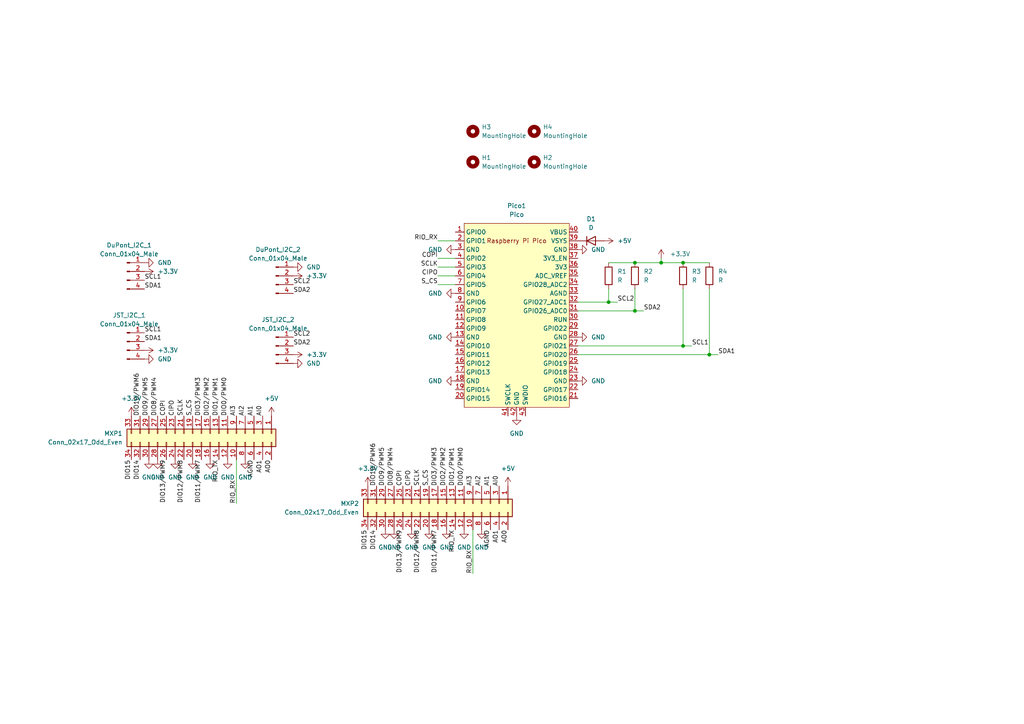
<source format=kicad_sch>
(kicad_sch (version 20211123) (generator eeschema)
  (paper "A4")
  (lib_symbols
    (symbol "Connector:Conn_01x04_Male" (pin_names (offset 1.016) hide)
      (property "Reference" "J" (at 0 5.08 0))
      (property "Value" "Conn_01x04_Male" (at 0 -7.62 0))
      (symbol "Conn_01x04_Male_1_1"
        (polyline (pts (xy 1.27 -5.08) (xy 0.8636 -5.08)) (stroke (width 0.1524)))
        (polyline (pts (xy 1.27 -2.54) (xy 0.8636 -2.54)) (stroke (width 0.1524)))
        (polyline (pts (xy 1.27 0) (xy 0.8636 0)) (stroke (width 0.1524)))
        (polyline (pts (xy 1.27 2.54) (xy 0.8636 2.54)) (stroke (width 0.1524)))
        (rectangle (start 0.8636 -4.953) (end 0 -5.207) (stroke (width 0.1524)) (fill (type outline)))
        (rectangle (start 0.8636 -2.413) (end 0 -2.667) (stroke (width 0.1524)) (fill (type outline)))
        (rectangle (start 0.8636 0.127) (end 0 -0.127) (stroke (width 0.1524)) (fill (type outline)))
        (rectangle (start 0.8636 2.667) (end 0 2.413) (stroke (width 0.1524)) (fill (type outline)))
        (pin passive line (at 5.08 2.54 180) (length 3.81) (name "Pin_1") (number "1"))
        (pin passive line (at 5.08 0 180) (length 3.81) (name "Pin_2") (number "2"))
        (pin passive line (at 5.08 -2.54 180) (length 3.81) (name "Pin_3") (number "3"))
        (pin passive line (at 5.08 -5.08 180) (length 3.81) (name "Pin_4") (number "4"))
      )
    )
    (symbol "Connector_Generic:Conn_02x17_Odd_Even" (pin_names (offset 1.016) hide)
      (property "Reference" "J" (at 1.27 22.86 0))
      (property "Value" "Conn_02x17_Odd_Even" (at 1.27 -22.86 0))
      (symbol "Conn_02x17_Odd_Even_1_1"
        (rectangle (start -1.27 -20.193) (end 0 -20.447) (stroke (width 0.1524)))
        (rectangle (start -1.27 -17.653) (end 0 -17.907) (stroke (width 0.1524)))
        (rectangle (start -1.27 -15.113) (end 0 -15.367) (stroke (width 0.1524)))
        (rectangle (start -1.27 -12.573) (end 0 -12.827) (stroke (width 0.1524)))
        (rectangle (start -1.27 -10.033) (end 0 -10.287) (stroke (width 0.1524)))
        (rectangle (start -1.27 -7.493) (end 0 -7.747) (stroke (width 0.1524)))
        (rectangle (start -1.27 -4.953) (end 0 -5.207) (stroke (width 0.1524)))
        (rectangle (start -1.27 -2.413) (end 0 -2.667) (stroke (width 0.1524)))
        (rectangle (start -1.27 0.127) (end 0 -0.127) (stroke (width 0.1524)))
        (rectangle (start -1.27 2.667) (end 0 2.413) (stroke (width 0.1524)))
        (rectangle (start -1.27 5.207) (end 0 4.953) (stroke (width 0.1524)))
        (rectangle (start -1.27 7.747) (end 0 7.493) (stroke (width 0.1524)))
        (rectangle (start -1.27 10.287) (end 0 10.033) (stroke (width 0.1524)))
        (rectangle (start -1.27 12.827) (end 0 12.573) (stroke (width 0.1524)))
        (rectangle (start -1.27 15.367) (end 0 15.113) (stroke (width 0.1524)))
        (rectangle (start -1.27 17.907) (end 0 17.653) (stroke (width 0.1524)))
        (rectangle (start -1.27 20.447) (end 0 20.193) (stroke (width 0.1524)))
        (rectangle (start -1.27 21.59) (end 3.81 -21.59) (stroke (width 0.254)) (fill (type background)))
        (rectangle (start 3.81 -20.193) (end 2.54 -20.447) (stroke (width 0.1524)))
        (rectangle (start 3.81 -17.653) (end 2.54 -17.907) (stroke (width 0.1524)))
        (rectangle (start 3.81 -15.113) (end 2.54 -15.367) (stroke (width 0.1524)))
        (rectangle (start 3.81 -12.573) (end 2.54 -12.827) (stroke (width 0.1524)))
        (rectangle (start 3.81 -10.033) (end 2.54 -10.287) (stroke (width 0.1524)))
        (rectangle (start 3.81 -7.493) (end 2.54 -7.747) (stroke (width 0.1524)))
        (rectangle (start 3.81 -4.953) (end 2.54 -5.207) (stroke (width 0.1524)))
        (rectangle (start 3.81 -2.413) (end 2.54 -2.667) (stroke (width 0.1524)))
        (rectangle (start 3.81 0.127) (end 2.54 -0.127) (stroke (width 0.1524)))
        (rectangle (start 3.81 2.667) (end 2.54 2.413) (stroke (width 0.1524)))
        (rectangle (start 3.81 5.207) (end 2.54 4.953) (stroke (width 0.1524)))
        (rectangle (start 3.81 7.747) (end 2.54 7.493) (stroke (width 0.1524)))
        (rectangle (start 3.81 10.287) (end 2.54 10.033) (stroke (width 0.1524)))
        (rectangle (start 3.81 12.827) (end 2.54 12.573) (stroke (width 0.1524)))
        (rectangle (start 3.81 15.367) (end 2.54 15.113) (stroke (width 0.1524)))
        (rectangle (start 3.81 17.907) (end 2.54 17.653) (stroke (width 0.1524)))
        (rectangle (start 3.81 20.447) (end 2.54 20.193) (stroke (width 0.1524)))
        (pin passive line (at -5.08 20.32 0) (length 3.81) (name "Pin_1") (number "1"))
        (pin passive line (at 7.62 10.16 180) (length 3.81) (name "Pin_10") (number "10"))
        (pin passive line (at -5.08 7.62 0) (length 3.81) (name "Pin_11") (number "11"))
        (pin passive line (at 7.62 7.62 180) (length 3.81) (name "Pin_12") (number "12"))
        (pin passive line (at -5.08 5.08 0) (length 3.81) (name "Pin_13") (number "13"))
        (pin passive line (at 7.62 5.08 180) (length 3.81) (name "Pin_14") (number "14"))
        (pin passive line (at -5.08 2.54 0) (length 3.81) (name "Pin_15") (number "15"))
        (pin passive line (at 7.62 2.54 180) (length 3.81) (name "Pin_16") (number "16"))
        (pin passive line (at -5.08 0 0) (length 3.81) (name "Pin_17") (number "17"))
        (pin passive line (at 7.62 0 180) (length 3.81) (name "Pin_18") (number "18"))
        (pin passive line (at -5.08 -2.54 0) (length 3.81) (name "Pin_19") (number "19"))
        (pin passive line (at 7.62 20.32 180) (length 3.81) (name "Pin_2") (number "2"))
        (pin passive line (at 7.62 -2.54 180) (length 3.81) (name "Pin_20") (number "20"))
        (pin passive line (at -5.08 -5.08 0) (length 3.81) (name "Pin_21") (number "21"))
        (pin passive line (at 7.62 -5.08 180) (length 3.81) (name "Pin_22") (number "22"))
        (pin passive line (at -5.08 -7.62 0) (length 3.81) (name "Pin_23") (number "23"))
        (pin passive line (at 7.62 -7.62 180) (length 3.81) (name "Pin_24") (number "24"))
        (pin passive line (at -5.08 -10.16 0) (length 3.81) (name "Pin_25") (number "25"))
        (pin passive line (at 7.62 -10.16 180) (length 3.81) (name "Pin_26") (number "26"))
        (pin passive line (at -5.08 -12.7 0) (length 3.81) (name "Pin_27") (number "27"))
        (pin passive line (at 7.62 -12.7 180) (length 3.81) (name "Pin_28") (number "28"))
        (pin passive line (at -5.08 -15.24 0) (length 3.81) (name "Pin_29") (number "29"))
        (pin passive line (at -5.08 17.78 0) (length 3.81) (name "Pin_3") (number "3"))
        (pin passive line (at 7.62 -15.24 180) (length 3.81) (name "Pin_30") (number "30"))
        (pin passive line (at -5.08 -17.78 0) (length 3.81) (name "Pin_31") (number "31"))
        (pin passive line (at 7.62 -17.78 180) (length 3.81) (name "Pin_32") (number "32"))
        (pin passive line (at -5.08 -20.32 0) (length 3.81) (name "Pin_33") (number "33"))
        (pin passive line (at 7.62 -20.32 180) (length 3.81) (name "Pin_34") (number "34"))
        (pin passive line (at 7.62 17.78 180) (length 3.81) (name "Pin_4") (number "4"))
        (pin passive line (at -5.08 15.24 0) (length 3.81) (name "Pin_5") (number "5"))
        (pin passive line (at 7.62 15.24 180) (length 3.81) (name "Pin_6") (number "6"))
        (pin passive line (at -5.08 12.7 0) (length 3.81) (name "Pin_7") (number "7"))
        (pin passive line (at 7.62 12.7 180) (length 3.81) (name "Pin_8") (number "8"))
        (pin passive line (at -5.08 10.16 0) (length 3.81) (name "Pin_9") (number "9"))
      )
    )
    (symbol "Device:D" (pin_numbers hide) (pin_names (offset 1.016) hide)
      (property "Reference" "D" (at 0 2.54 0))
      (property "Value" "D" (at 0 -2.54 0))
      (symbol "D_0_1"
        (polyline (pts (xy -1.27 1.27) (xy -1.27 -1.27)) (stroke (width 0.254)))
        (polyline (pts (xy 1.27 0) (xy -1.27 0)))
        (polyline (pts (xy 1.27 1.27) (xy 1.27 -1.27) (xy -1.27 0) (xy 1.27 1.27)) (stroke (width 0.254)))
      )
      (symbol "D_1_1"
        (pin passive line (at -3.81 0 0) (length 2.54) (name "K") (number "1"))
        (pin passive line (at 3.81 0 180) (length 2.54) (name "A") (number "2"))
      )
    )
    (symbol "Device:R" (pin_numbers hide) (pin_names (offset 0))
      (property "Reference" "R" (at 2.032 0 90))
      (property "Value" "R" (at 0 0 90))
      (symbol "R_0_1"
        (rectangle (start -1.016 -2.54) (end 1.016 2.54) (stroke (width 0.254)))
      )
      (symbol "R_1_1"
        (pin passive line (at 0 3.81 270) (length 1.27) (name "~") (number "1"))
        (pin passive line (at 0 -3.81 90) (length 1.27) (name "~") (number "2"))
      )
    )
    (symbol "MCU_RaspberryPi_and_Boards:Pico"
      (property "Reference" "U" (at -13.97 27.94 0))
      (property "Value" "Pico" (at 0 19.05 0))
      (symbol "Pico_0_0"
        (text "Raspberry Pi Pico" (at 0 21.59 0) (effects (font (size 1.27 1.27))))
      )
      (symbol "Pico_0_1"
        (rectangle (start -15.24 26.67) (end 15.24 -26.67) (fill (type background)))
      )
      (symbol "Pico_1_1"
        (pin bidirectional line (at -17.78 24.13 0) (length 2.54) (name "GPIO0") (number "1"))
        (pin bidirectional line (at -17.78 1.27 0) (length 2.54) (name "GPIO7") (number "10"))
        (pin bidirectional line (at -17.78 -1.27 0) (length 2.54) (name "GPIO8") (number "11"))
        (pin bidirectional line (at -17.78 -3.81 0) (length 2.54) (name "GPIO9") (number "12"))
        (pin power_in line (at -17.78 -6.35 0) (length 2.54) (name "GND") (number "13"))
        (pin bidirectional line (at -17.78 -8.89 0) (length 2.54) (name "GPIO10") (number "14"))
        (pin bidirectional line (at -17.78 -11.43 0) (length 2.54) (name "GPIO11") (number "15"))
        (pin bidirectional line (at -17.78 -13.97 0) (length 2.54) (name "GPIO12") (number "16"))
        (pin bidirectional line (at -17.78 -16.51 0) (length 2.54) (name "GPIO13") (number "17"))
        (pin power_in line (at -17.78 -19.05 0) (length 2.54) (name "GND") (number "18"))
        (pin bidirectional line (at -17.78 -21.59 0) (length 2.54) (name "GPIO14") (number "19"))
        (pin bidirectional line (at -17.78 21.59 0) (length 2.54) (name "GPIO1") (number "2"))
        (pin bidirectional line (at -17.78 -24.13 0) (length 2.54) (name "GPIO15") (number "20"))
        (pin bidirectional line (at 17.78 -24.13 180) (length 2.54) (name "GPIO16") (number "21"))
        (pin bidirectional line (at 17.78 -21.59 180) (length 2.54) (name "GPIO17") (number "22"))
        (pin power_in line (at 17.78 -19.05 180) (length 2.54) (name "GND") (number "23"))
        (pin bidirectional line (at 17.78 -16.51 180) (length 2.54) (name "GPIO18") (number "24"))
        (pin bidirectional line (at 17.78 -13.97 180) (length 2.54) (name "GPIO19") (number "25"))
        (pin bidirectional line (at 17.78 -11.43 180) (length 2.54) (name "GPIO20") (number "26"))
        (pin bidirectional line (at 17.78 -8.89 180) (length 2.54) (name "GPIO21") (number "27"))
        (pin power_in line (at 17.78 -6.35 180) (length 2.54) (name "GND") (number "28"))
        (pin bidirectional line (at 17.78 -3.81 180) (length 2.54) (name "GPIO22") (number "29"))
        (pin power_in line (at -17.78 19.05 0) (length 2.54) (name "GND") (number "3"))
        (pin input line (at 17.78 -1.27 180) (length 2.54) (name "RUN") (number "30"))
        (pin bidirectional line (at 17.78 1.27 180) (length 2.54) (name "GPIO26_ADC0") (number "31"))
        (pin bidirectional line (at 17.78 3.81 180) (length 2.54) (name "GPIO27_ADC1") (number "32"))
        (pin power_in line (at 17.78 6.35 180) (length 2.54) (name "AGND") (number "33"))
        (pin bidirectional line (at 17.78 8.89 180) (length 2.54) (name "GPIO28_ADC2") (number "34"))
        (pin power_in line (at 17.78 11.43 180) (length 2.54) (name "ADC_VREF") (number "35"))
        (pin power_in line (at 17.78 13.97 180) (length 2.54) (name "3V3") (number "36"))
        (pin input line (at 17.78 16.51 180) (length 2.54) (name "3V3_EN") (number "37"))
        (pin bidirectional line (at 17.78 19.05 180) (length 2.54) (name "GND") (number "38"))
        (pin power_in line (at 17.78 21.59 180) (length 2.54) (name "VSYS") (number "39"))
        (pin bidirectional line (at -17.78 16.51 0) (length 2.54) (name "GPIO2") (number "4"))
        (pin power_in line (at 17.78 24.13 180) (length 2.54) (name "VBUS") (number "40"))
        (pin input line (at -2.54 -29.21 90) (length 2.54) (name "SWCLK") (number "41"))
        (pin power_in line (at 0 -29.21 90) (length 2.54) (name "GND") (number "42"))
        (pin bidirectional line (at 2.54 -29.21 90) (length 2.54) (name "SWDIO") (number "43"))
        (pin bidirectional line (at -17.78 13.97 0) (length 2.54) (name "GPIO3") (number "5"))
        (pin bidirectional line (at -17.78 11.43 0) (length 2.54) (name "GPIO4") (number "6"))
        (pin bidirectional line (at -17.78 8.89 0) (length 2.54) (name "GPIO5") (number "7"))
        (pin power_in line (at -17.78 6.35 0) (length 2.54) (name "GND") (number "8"))
        (pin bidirectional line (at -17.78 3.81 0) (length 2.54) (name "GPIO6") (number "9"))
      )
    )
    (symbol "Mechanical:MountingHole" (pin_names (offset 1.016))
      (property "Reference" "H" (at 0 5.08 0))
      (property "Value" "MountingHole" (at 0 3.175 0))
      (symbol "MountingHole_0_1"
        (circle (center 0 0) (radius 1.27) (stroke (width 1.27)))
      )
    )
    (symbol "power:+3.3V" (power) (pin_names (offset 0))
      (property "Value" "+3.3V" (at 0 3.556 0))
      (symbol "+3.3V_0_1"
        (polyline (pts (xy -0.762 1.27) (xy 0 2.54)))
        (polyline (pts (xy 0 0) (xy 0 2.54)))
        (polyline (pts (xy 0 2.54) (xy 0.762 1.27)))
      )
      (symbol "+3.3V_1_1"
        (pin power_in line (at 0 0 90) (length 0) hide (name "+3.3V") (number "1"))
      )
    )
    (symbol "power:+5V" (power) (pin_names (offset 0))
      (property "Value" "+5V" (at 0 3.556 0))
      (symbol "+5V_0_1"
        (polyline (pts (xy -0.762 1.27) (xy 0 2.54)))
        (polyline (pts (xy 0 0) (xy 0 2.54)))
        (polyline (pts (xy 0 2.54) (xy 0.762 1.27)))
      )
      (symbol "+5V_1_1"
        (pin power_in line (at 0 0 90) (length 0) hide (name "+5V") (number "1"))
      )
    )
    (symbol "power:GND" (power) (pin_names (offset 0))
      (property "Value" "GND" (at 0 -3.81 0))
      (symbol "GND_0_1"
        (polyline (pts (xy 0 0) (xy 0 -1.27) (xy 1.27 -1.27) (xy 0 -2.54) (xy -1.27 -1.27) (xy 0 -1.27)))
      )
      (symbol "GND_1_1"
        (pin power_in line (at 0 0 270) (length 0) hide (name "GND") (number "1"))
      )
    )
  )
  (junction (at 184.15 76.2))
  (junction (at 191.77 76.2))
  (junction (at 205.74 102.87))
  (junction (at 198.12 100.33))
  (junction (at 184.15 90.17))
  (junction (at 198.12 76.2))
  (junction (at 176.53 87.63))
  (wire (pts (xy 68.58 146.05) (xy 68.58 133.35)))
  (wire (pts (xy 198.12 76.2) (xy 205.74 76.2)))
  (wire (pts (xy 127 80.01) (xy 132.08 80.01)))
  (wire (pts (xy 186.69 90.17) (xy 184.15 90.17)))
  (wire (pts (xy 167.64 100.33) (xy 198.12 100.33)))
  (wire (pts (xy 184.15 90.17) (xy 167.64 90.17)))
  (wire (pts (xy 198.12 83.82) (xy 198.12 100.33)))
  (wire (pts (xy 179.07 87.63) (xy 176.53 87.63)))
  (wire (pts (xy 127 82.55) (xy 132.08 82.55)))
  (wire (pts (xy 176.53 83.82) (xy 176.53 87.63)))
  (wire (pts (xy 191.77 76.2) (xy 198.12 76.2)))
  (wire (pts (xy 176.53 76.2) (xy 184.15 76.2)))
  (wire (pts (xy 127 69.85) (xy 132.08 69.85)))
  (wire (pts (xy 167.64 102.87) (xy 205.74 102.87)))
  (wire (pts (xy 198.12 100.33) (xy 200.66 100.33)))
  (wire (pts (xy 137.16 166.37) (xy 137.16 153.67)))
  (wire (pts (xy 176.53 87.63) (xy 167.64 87.63)))
  (wire (pts (xy 127 74.93) (xy 132.08 74.93)))
  (wire (pts (xy 127 77.47) (xy 132.08 77.47)))
  (wire (pts (xy 205.74 102.87) (xy 208.28 102.87)))
  (wire (pts (xy 184.15 83.82) (xy 184.15 90.17)))
  (wire (pts (xy 184.15 76.2) (xy 191.77 76.2)))
  (wire (pts (xy 205.74 83.82) (xy 205.74 102.87)))
  (wire (pts (xy 191.77 74.93) (xy 191.77 76.2)))
  (label "DIO13{slash}PWM9" (at 48.26 133.35 270))
  (label "DIO15" (at 106.68 153.67 270))
  (label "SDA2" (at 85.09 85.09 0))
  (label "SCL2" (at 179.07 87.63 0))
  (label "AI2" (at 139.7 140.97 90))
  (label "SDA1" (at 41.91 99.06 0))
  (label "DIO3{slash}PWM3" (at 58.42 120.65 90))
  (label "SCL1" (at 41.91 81.28 0))
  (label "S_CS" (at 124.46 140.97 90))
  (label "RIO_RX" (at 68.58 146.05 90))
  (label "SCLK" (at 121.92 140.97 90))
  (label "S_CS" (at 127 82.55 180))
  (label "AI1" (at 73.66 120.65 90))
  (label "AO0" (at 78.74 133.35 270))
  (label "DIO12{slash}PWM8" (at 53.34 133.35 270))
  (label "DIO15" (at 38.1 133.35 270))
  (label "AO1" (at 144.78 153.67 270))
  (label "S_CS" (at 55.88 120.65 90))
  (label "AI3" (at 68.58 120.65 90))
  (label "DIO11{slash}PWM7" (at 127 153.67 270))
  (label "SDA2" (at 85.09 100.33 0))
  (label "SDA1" (at 41.91 83.82 0))
  (label "DIO3{slash}PWM3" (at 127 140.97 90))
  (label "SCL2" (at 85.09 82.55 0))
  (label "AI3" (at 137.16 140.97 90))
  (label "DIO0{slash}PWM0" (at 134.62 140.97 90))
  (label "DIO14" (at 40.64 133.35 270))
  (label "DIO1{slash}PWM1" (at 132.08 140.97 90))
  (label "AI0" (at 76.2 120.65 90))
  (label "COPI" (at 48.26 120.65 90))
  (label "AO0" (at 147.32 153.67 270))
  (label "SCL2" (at 85.09 97.79 0))
  (label "DIO1{slash}PWM1" (at 63.5 120.65 90))
  (label "SCLK" (at 53.34 120.65 90))
  (label "RIO_RX" (at 127 69.85 180))
  (label "COPI" (at 116.84 140.97 90))
  (label "DIO11{slash}PWM7" (at 58.42 133.35 270))
  (label "SCLK" (at 127 77.47 180))
  (label "CIPO" (at 50.8 120.65 90))
  (label "DIO10{slash}PWM6" (at 40.64 120.65 90))
  (label "RIO_TX" (at 132.08 153.67 270))
  (label "AO1" (at 76.2 133.35 270))
  (label "DIO0{slash}PWM0" (at 66.04 120.65 90))
  (label "DIO14" (at 109.22 153.67 270))
  (label "DIO12{slash}PWM8" (at 121.92 153.67 270))
  (label "AGND" (at 142.24 153.67 270))
  (label "DIO8{slash}PWM4" (at 114.3 140.97 90))
  (label "CIPO" (at 119.38 140.97 90))
  (label "DIO2{slash}PWM2" (at 60.96 120.65 90))
  (label "AGND" (at 73.66 133.35 270))
  (label "COPI" (at 127 74.93 180))
  (label "SCL1" (at 41.91 96.52 0))
  (label "SCL1" (at 200.66 100.33 0))
  (label "SDA2" (at 186.69 90.17 0))
  (label "RIO_TX" (at 63.5 133.35 270))
  (label "AI2" (at 71.12 120.65 90))
  (label "CIPO" (at 127 80.01 180))
  (label "RIO_RX" (at 137.16 166.37 90))
  (label "DIO9{slash}PWM5" (at 111.76 140.97 90))
  (label "DIO10{slash}PWM6" (at 109.22 140.97 90))
  (label "SDA1" (at 208.28 102.87 0))
  (label "DIO9{slash}PWM5" (at 43.18 120.65 90))
  (label "DIO2{slash}PWM2" (at 129.54 140.97 90))
  (label "DIO8{slash}PWM4" (at 45.72 120.65 90))
  (label "AI0" (at 144.78 140.97 90))
  (label "AI1" (at 142.24 140.97 90))
  (label "DIO13{slash}PWM9" (at 116.84 153.67 270))
  (symbol (lib_id "power:+3.3V") (at 85.09 102.87 270) (unit 1)
    (property "Reference" "#PWR0115" (effects hide))
    (property "Value" "+3.3V" (at 88.9 102.8699 90) (effects (justify left)))
  )
  (symbol (lib_id "Device:R") (at 176.53 80.01 0) (mirror y) (unit 1)
    (property "Reference" "R1" (at 179.07 78.7399 0) (effects (justify right)))
    (property "Value" "R" (at 179.07 81.2799 0) (effects (justify right)))
    (property "Footprint" "Resistor_THT:R_Axial_DIN0207_L6.3mm_D2.5mm_P10.16mm_Horizontal" (effects hide))
  )
  (symbol (lib_id "power:GND") (at 45.72 133.35 0) (unit 1)
    (property "Reference" "#PWR0126" (effects hide))
    (property "Value" "GND" (at 45.72 138.43 0))
  )
  (symbol (lib_id "power:GND") (at 111.76 153.67 0) (unit 1)
    (property "Reference" "#PWR0129" (effects hide))
    (property "Value" "GND" (at 111.76 158.75 0))
  )
  (symbol (lib_id "MCU_RaspberryPi_and_Boards:Pico") (at 149.86 91.44 0) (unit 1)
    (property "Reference" "Pico1" (at 149.86 59.69 0))
    (property "Value" "Pico" (at 149.86 62.23 0))
    (property "Footprint" "MCU_RaspberryPi_and_Boards:RPi_Pico_SMD_TH" (effects hide))
  )
  (symbol (lib_id "Mechanical:MountingHole") (at 154.94 46.99 0) (unit 1)
    (property "Reference" "H2" (at 157.48 45.7199 0) (effects (justify left)))
    (property "Value" "MountingHole" (at 157.48 48.2599 0) (effects (justify left)))
    (property "Footprint" "MountingHole:MountingHole_3.2mm_M3" (effects hide))
  )
  (symbol (lib_id "power:+3.3V") (at 41.91 101.6 270) (unit 1)
    (property "Reference" "#PWR0116" (effects hide))
    (property "Value" "+3.3V" (at 45.72 101.5999 90) (effects (justify left)))
  )
  (symbol (lib_id "power:+3.3V") (at 41.91 78.74 270) (unit 1)
    (property "Reference" "#PWR0112" (effects hide))
    (property "Value" "+3.3V" (at 45.72 78.7399 90) (effects (justify left)))
  )
  (symbol (lib_id "power:GND") (at 114.3 153.67 0) (unit 1)
    (property "Reference" "#PWR0128" (effects hide))
    (property "Value" "GND" (at 114.3 158.75 0))
  )
  (symbol (lib_id "power:GND") (at 132.08 97.79 270) (unit 1)
    (property "Reference" "#PWR0104" (effects hide))
    (property "Value" "GND" (at 128.27 97.7899 90) (effects (justify right)))
  )
  (symbol (lib_id "power:+5V") (at 78.74 120.65 0) (mirror y) (unit 1)
    (property "Reference" "#PWR0119" (effects hide))
    (property "Value" "+5V" (at 78.74 115.57 0))
  )
  (symbol (lib_id "Connector:Conn_01x04_Male") (at 36.83 78.74 0) (unit 1)
    (property "Reference" "DuPont_I2C_1" (at 37.465 71.12 0))
    (property "Value" "Conn_01x04_Male" (at 37.465 73.66 0))
    (property "Footprint" "Connector_PinHeader_2.54mm:PinHeader_1x04_P2.54mm_Horizontal" (effects hide))
  )
  (symbol (lib_id "Device:R") (at 184.15 80.01 0) (mirror y) (unit 1)
    (property "Reference" "R2" (at 186.69 78.7399 0) (effects (justify right)))
    (property "Value" "R" (at 186.69 81.2799 0) (effects (justify right)))
    (property "Footprint" "Resistor_THT:R_Axial_DIN0207_L6.3mm_D2.5mm_P10.16mm_Horizontal" (effects hide))
  )
  (symbol (lib_id "power:GND") (at 71.12 133.35 0) (unit 1)
    (property "Reference" "#PWR0120" (effects hide))
    (property "Value" "GND" (at 71.12 138.43 0))
  )
  (symbol (lib_id "power:GND") (at 41.91 76.2 90) (unit 1)
    (property "Reference" "#PWR0111" (effects hide))
    (property "Value" "GND" (at 45.72 76.1999 90) (effects (justify right)))
  )
  (symbol (lib_id "power:GND") (at 132.08 85.09 270) (unit 1)
    (property "Reference" "#PWR0103" (effects hide))
    (property "Value" "GND" (at 128.27 85.0899 90) (effects (justify right)))
  )
  (symbol (lib_id "power:GND") (at 50.8 133.35 0) (unit 1)
    (property "Reference" "#PWR0123" (effects hide))
    (property "Value" "GND" (at 50.8 138.43 0))
  )
  (symbol (lib_id "Connector:Conn_01x04_Male") (at 80.01 100.33 0) (unit 1)
    (property "Reference" "JST_I2C_2" (at 80.645 92.71 0))
    (property "Value" "Conn_01x04_Male" (at 80.645 95.25 0))
    (property "Footprint" "Connector_JST:JST_PH_S4B-PH-K_1x04_P2.00mm_Horizontal" (effects hide))
  )
  (symbol (lib_id "power:GND") (at 167.64 97.79 90) (unit 1)
    (property "Reference" "#PWR0109" (effects hide))
    (property "Value" "GND" (at 171.45 97.7899 90) (effects (justify right)))
  )
  (symbol (lib_id "power:GND") (at 124.46 153.67 0) (unit 1)
    (property "Reference" "#PWR0136" (effects hide))
    (property "Value" "GND" (at 124.46 158.75 0))
  )
  (symbol (lib_id "power:GND") (at 66.04 133.35 0) (unit 1)
    (property "Reference" "#PWR0122" (effects hide))
    (property "Value" "GND" (at 66.04 138.43 0))
  )
  (symbol (lib_id "Device:R") (at 198.12 80.01 0) (mirror y) (unit 1)
    (property "Reference" "R3" (at 200.66 78.7399 0) (effects (justify right)))
    (property "Value" "R" (at 200.66 81.2799 0) (effects (justify right)))
    (property "Footprint" "Resistor_THT:R_Axial_DIN0207_L6.3mm_D2.5mm_P10.16mm_Horizontal" (effects hide))
  )
  (symbol (lib_id "power:GND") (at 43.18 133.35 0) (unit 1)
    (property "Reference" "#PWR0125" (effects hide))
    (property "Value" "GND" (at 43.18 138.43 0))
  )
  (symbol (lib_id "Connector:Conn_01x04_Male") (at 80.01 80.01 0) (unit 1)
    (property "Reference" "DuPont_I2C_2" (at 80.645 72.39 0))
    (property "Value" "Conn_01x04_Male" (at 80.645 74.93 0))
    (property "Footprint" "Connector_PinHeader_2.54mm:PinHeader_1x04_P2.54mm_Horizontal" (effects hide))
  )
  (symbol (lib_id "power:+5V") (at 147.32 140.97 0) (mirror y) (unit 1)
    (property "Reference" "#PWR0132" (effects hide))
    (property "Value" "+5V" (at 147.32 135.89 0))
  )
  (symbol (lib_id "power:GND") (at 132.08 72.39 270) (mirror x) (unit 1)
    (property "Reference" "#PWR0102" (effects hide))
    (property "Value" "GND" (at 128.27 72.3899 90) (effects (justify right)))
  )
  (symbol (lib_id "power:GND") (at 167.64 110.49 90) (unit 1)
    (property "Reference" "#PWR0108" (effects hide))
    (property "Value" "GND" (at 171.45 110.4899 90) (effects (justify right)))
  )
  (symbol (lib_id "power:GND") (at 85.09 77.47 90) (mirror x) (unit 1)
    (property "Reference" "#PWR0101" (effects hide))
    (property "Value" "GND" (at 88.9 77.4699 90) (effects (justify right)))
  )
  (symbol (lib_id "Device:R") (at 205.74 80.01 0) (unit 1)
    (property "Reference" "R4" (at 208.28 78.7399 0) (effects (justify left)))
    (property "Value" "R" (at 208.28 81.2799 0) (effects (justify left)))
    (property "Footprint" "Resistor_THT:R_Axial_DIN0207_L6.3mm_D2.5mm_P10.16mm_Horizontal" (effects hide))
  )
  (symbol (lib_id "power:GND") (at 119.38 153.67 0) (unit 1)
    (property "Reference" "#PWR0135" (effects hide))
    (property "Value" "GND" (at 119.38 158.75 0))
  )
  (symbol (lib_id "power:+5V") (at 175.26 69.85 270) (unit 1)
    (property "Reference" "#PWR0117" (effects hide))
    (property "Value" "+5V" (at 179.07 69.8499 90) (effects (justify left)))
  )
  (symbol (lib_id "power:GND") (at 132.08 110.49 270) (unit 1)
    (property "Reference" "#PWR0105" (effects hide))
    (property "Value" "GND" (at 128.27 110.4899 90) (effects (justify right)))
  )
  (symbol (lib_id "Device:D") (at 171.45 69.85 0) (mirror x) (unit 1)
    (property "Reference" "D1" (at 171.45 63.5 0))
    (property "Value" "D" (at 171.45 66.04 0))
    (property "Footprint" "Diode_THT:D_DO-15_P12.70mm_Horizontal" (effects hide))
  )
  (symbol (lib_id "Connector_Generic:Conn_02x17_Odd_Even") (at 58.42 125.73 270) (unit 1)
    (property "Reference" "MXP1" (at 35.56 125.7299 90) (effects (justify right)))
    (property "Value" "Conn_02x17_Odd_Even" (at 35.56 128.2699 90) (effects (justify right)))
    (property "Footprint" "Connector_PinSocket_2.54mm:PinSocket_2x17_P2.54mm_Vertical" (effects hide))
  )
  (symbol (lib_id "Mechanical:MountingHole") (at 137.16 46.99 0) (unit 1)
    (property "Reference" "H1" (at 139.7 45.7199 0) (effects (justify left)))
    (property "Value" "MountingHole" (at 139.7 48.2599 0) (effects (justify left)))
    (property "Footprint" "MountingHole:MountingHole_3.2mm_M3" (effects hide))
  )
  (symbol (lib_id "power:+3.3V") (at 38.1 120.65 0) (unit 1)
    (property "Reference" "#PWR0118" (effects hide))
    (property "Value" "+3.3V" (at 38.1 115.57 0))
  )
  (symbol (lib_id "power:GND") (at 149.86 120.65 0) (unit 1)
    (property "Reference" "#PWR0107" (effects hide))
    (property "Value" "GND" (at 149.86 125.73 0))
  )
  (symbol (lib_id "power:GND") (at 85.09 105.41 90) (mirror x) (unit 1)
    (property "Reference" "#PWR0114" (effects hide))
    (property "Value" "GND" (at 88.9 105.4099 90) (effects (justify right)))
  )
  (symbol (lib_id "power:GND") (at 129.54 153.67 0) (unit 1)
    (property "Reference" "#PWR0131" (effects hide))
    (property "Value" "GND" (at 129.54 158.75 0))
  )
  (symbol (lib_id "power:+3.3V") (at 106.68 140.97 0) (unit 1)
    (property "Reference" "#PWR0130" (effects hide))
    (property "Value" "+3.3V" (at 106.68 135.89 0))
  )
  (symbol (lib_id "power:GND") (at 167.64 72.39 90) (unit 1)
    (property "Reference" "#PWR0106" (effects hide))
    (property "Value" "GND" (at 171.45 72.3899 90) (effects (justify right)))
  )
  (symbol (lib_id "Mechanical:MountingHole") (at 154.94 38.1 0) (unit 1)
    (property "Reference" "H4" (at 157.48 36.8299 0) (effects (justify left)))
    (property "Value" "MountingHole" (at 157.48 39.3699 0) (effects (justify left)))
    (property "Footprint" "MountingHole:MountingHole_3.2mm_M3" (effects hide))
  )
  (symbol (lib_id "power:+3.3V") (at 191.77 74.93 0) (unit 1)
    (property "Reference" "#PWR0127" (effects hide))
    (property "Value" "+3.3V" (at 194.31 73.6599 0) (effects (justify left)))
  )
  (symbol (lib_id "power:GND") (at 134.62 153.67 0) (unit 1)
    (property "Reference" "#PWR0133" (effects hide))
    (property "Value" "GND" (at 134.62 158.75 0))
  )
  (symbol (lib_id "power:GND") (at 41.91 104.14 90) (unit 1)
    (property "Reference" "#PWR0113" (effects hide))
    (property "Value" "GND" (at 45.72 104.1399 90) (effects (justify right)))
  )
  (symbol (lib_id "power:GND") (at 55.88 133.35 0) (unit 1)
    (property "Reference" "#PWR0124" (effects hide))
    (property "Value" "GND" (at 55.88 138.43 0))
  )
  (symbol (lib_id "power:GND") (at 139.7 153.67 0) (unit 1)
    (property "Reference" "#PWR0134" (effects hide))
    (property "Value" "GND" (at 139.7 158.75 0))
  )
  (symbol (lib_id "Connector_Generic:Conn_02x17_Odd_Even") (at 127 146.05 270) (unit 1)
    (property "Reference" "MXP2" (at 104.14 146.0499 90) (effects (justify right)))
    (property "Value" "Conn_02x17_Odd_Even" (at 104.14 148.5899 90) (effects (justify right)))
    (property "Footprint" "Connector_PinHeader_2.54mm:PinHeader_2x17_P2.54mm_Vertical" (effects hide))
  )
  (symbol (lib_id "power:GND") (at 60.96 133.35 0) (unit 1)
    (property "Reference" "#PWR0121" (effects hide))
    (property "Value" "GND" (at 60.96 138.43 0))
  )
  (symbol (lib_id "Mechanical:MountingHole") (at 137.16 38.1 0) (unit 1)
    (property "Reference" "H3" (at 139.7 36.8299 0) (effects (justify left)))
    (property "Value" "MountingHole" (at 139.7 39.3699 0) (effects (justify left)))
    (property "Footprint" "MountingHole:MountingHole_3.2mm_M3" (effects hide))
  )
  (symbol (lib_id "power:+3.3V") (at 85.09 80.01 270) (unit 1)
    (property "Reference" "#PWR0110" (effects hide))
    (property "Value" "+3.3V" (at 88.9 80.0099 90) (effects (justify left)))
  )
  (symbol (lib_id "Connector:Conn_01x04_Male") (at 36.83 99.06 0) (unit 1)
    (property "Reference" "JST_I2C_1" (at 37.465 91.44 0))
    (property "Value" "Conn_01x04_Male" (at 37.465 93.98 0))
    (property "Footprint" "Connector_JST:JST_PH_S4B-PH-K_1x04_P2.00mm_Horizontal" (effects hide))
  )
)
</source>
